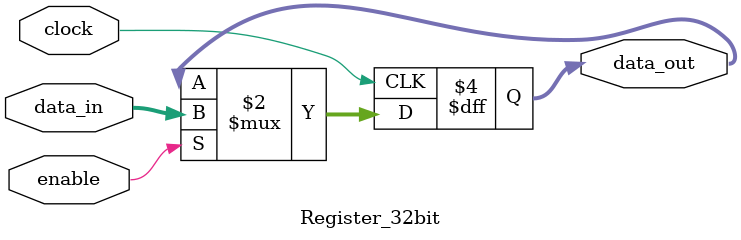
<source format=v>
`timescale 1ns / 1ps


module Register_32bit(
    input clock, enable,
    input [31:0] data_in,
    output reg [31:0] data_out
    );
    always @(posedge clock) begin
        if(enable) data_out <= data_in;
    end  
endmodule

</source>
